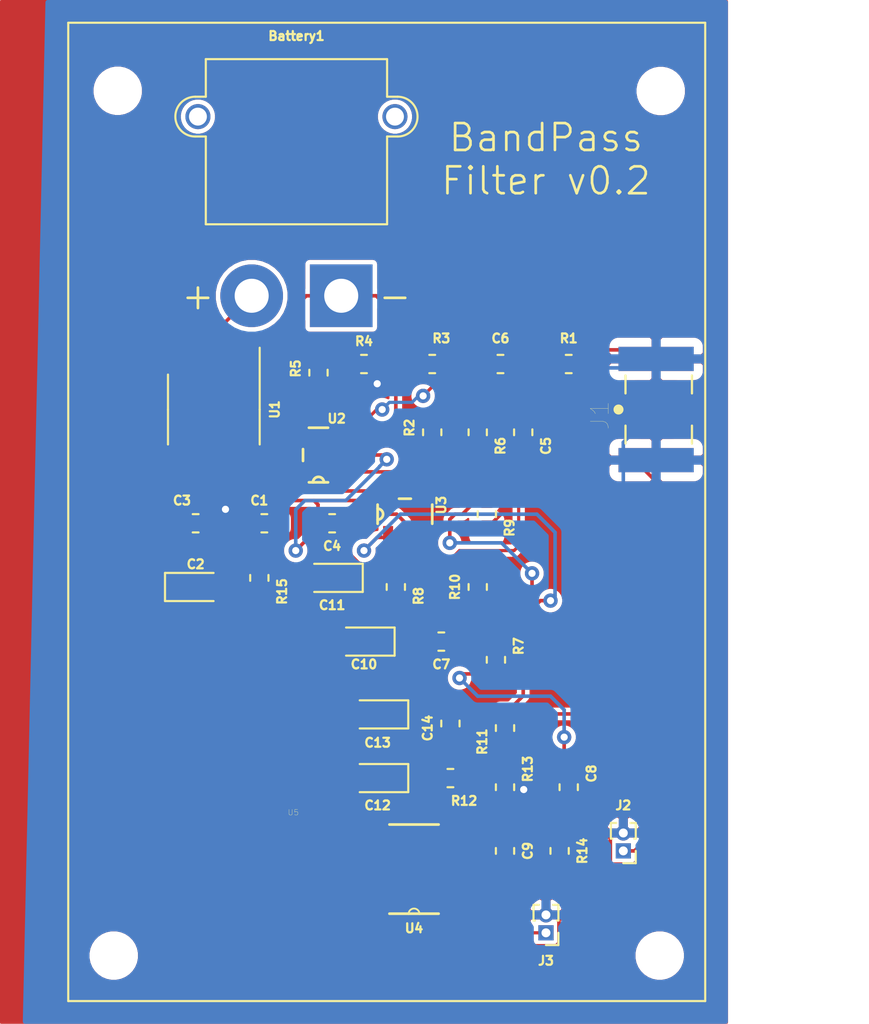
<source format=kicad_pcb>
(kicad_pcb (version 20171130) (host pcbnew "(5.1.4)-1")
  (layers (0 F.Cu signal) (31 B.Cu signal) (34 B.Paste user) (35 F.Paste user) (36 B.SilkS user) (37 F.SilkS user) (38 B.Mask user) (39 F.Mask user) (44 Edge.Cuts user))
  (net 0 "")
  (net 1 V-)
  (net 2 V+)
  (net 3 "Net-(C5-Pad1)")
  (net 4 "Net-(C6-Pad1)")
  (net 5 "Net-(C7-Pad1)")
  (net 6 "Net-(C7-Pad2)")
  (net 7 "Net-(C9-Pad2)")
  (net 8 B_SIG)
  (net 9 "Net-(C10-Pad1)")
  (net 10 "Net-(J1-Pad1)")
  (net 11 F_OUT)
  (net 12 "Net-(R2-Pad1)")
  (net 13 "Net-(R4-Pad1)")
  (net 14 "Net-(R10-Pad2)")
  (net 15 "Net-(R11-Pad1)")
  (net 16 "Net-(U1-Pad4)")
  (net 17 "Net-(U1-Pad5)")
  (net 18 "Net-(U1-Pad6)")
  (net 19 "Net-(U1-Pad7)")
  (net 20 "Net-(C1-Pad1)")
  (net 21 "Net-(U4-Pad5)")
  (net 22 "Net-(U4-Pad6)")
  (net 23 "Net-(U4-Pad7)")
  (net 24 "Net-(U5-Pad4)")
  (net 25 GND)
  (module MountingHole:MountingHole_2.2mm_M2 (layer F.Cu) (at 135.89 111.76)
    (fp_text reference REF4 hide)
    (fp_text value MountingHole_2.2mm_M2)
    (pad 1 np_thru_hole circle (at 0 0) (size 2.2 2.2) (drill 2.2) (layers *.Cu *.Mask))
  )
  (module MountingHole:MountingHole_2.2mm_M2 (layer F.Cu) (at 105.41 111.76)
    (fp_text reference REF3 hide)
    (fp_text value MountingHole_2.2mm_M2)
    (pad 1 np_thru_hole circle (at 0 0) (size 2.2 2.2) (drill 2.2) (layers *.Cu *.Mask))
  )
  (module MountingHole:MountingHole_2.2mm_M2 (layer F.Cu) (at 135.94842 63.5)
    (fp_text reference REF2 hide)
    (fp_text value MountingHole_2.2mm_M2)
    (pad 1 np_thru_hole circle (at 0 0) (size 2.2 2.2) (drill 2.2) (layers *.Cu *.Mask))
  )
  (module MountingHole:MountingHole_2.2mm_M2 (layer F.Cu) (at 105.63352 63.4873)
    (fp_text reference REF1 hide)
    (fp_text value MountingHole_2.2mm_M2)
    (pad 1 np_thru_hole circle (at 0 0) (size 2.2 2.2) (drill 2.2) (layers *.Cu *.Mask))
  )
  (module Connector_AMASS:AMASS_XT30PW-M_1x02_P2.50mm_Horizontal (layer F.Cu) (at 118.11 74.93)
    (fp_text reference Battery1 (at -2.5 -14.5) (layer F.SilkS) (effects (font (size 0.5 0.5) (thickness 0.125))))
    (fp_text value Screw_Terminal_01x02)
    (fp_text user - (at 3 0) (layer F.SilkS) (effects (font (size 1.5 1.5))))
    (fp_text user + (at -8 0) (layer F.SilkS) (effects (font (size 1.5 1.5))))
    (pad "" thru_hole circle (at 3 -10) (size 1.4 1.4) (drill 1) (layers *.Cu *.Mask))
    (pad "" thru_hole circle (at -8 -10) (size 1.4 1.4) (drill 1) (layers *.Cu *.Mask))
    (pad 1 thru_hole rect (at 0 0) (size 3.5 3.5) (drill 1.9) (layers *.Cu *.Mask) (net 1 V-))
    (pad 2 thru_hole circle (at -5 0) (size 3.5 3.5) (drill 1.9) (layers *.Cu *.Mask) (net 2 V+))
  )
  (module Capacitor_SMD:C_0603_1608Metric (layer F.Cu) (at 113.8175 87.63 180)
    (fp_text reference C1 (at 0.2795 1.27) (layer F.SilkS) (effects (font (size 0.5 0.5) (thickness 0.125))))
    (fp_text value 1uf)
    (pad 2 smd roundrect (at 0.7875 0 180) (size 0.875 0.95) (layers F.Cu F.Paste F.Mask) (net 1 V-))
    (pad 1 smd roundrect (at -0.7875 0 180) (size 0.875 0.95) (layers F.Cu F.Paste F.Mask) (net 20 "Net-(C1-Pad1)"))
  )
  (module Capacitor_Tantalum_SMD:CP_EIA-2012-15_AVX-P (layer F.Cu) (at 109.982 91.186)
    (fp_text reference C2 (at 0 -1.27) (layer F.SilkS) (effects (font (size 0.5 0.5) (thickness 0.125))))
    (fp_text value 220uF)
    (pad 1 smd roundrect (at -0.8875 0) (size 1.125 1.05) (layers F.Cu F.Paste F.Mask) (roundrect_rratio 0.238095) (net 2 V+))
    (pad 2 smd roundrect (at 0.8875 0) (size 1.125 1.05) (layers F.Cu F.Paste F.Mask) (roundrect_rratio 0.238095) (net 1 V-))
  )
  (module Capacitor_SMD:C_0603_1608Metric (layer F.Cu) (at 109.982 87.63)
    (fp_text reference C3 (at -0.762 -1.27) (layer F.SilkS) (effects (font (size 0.5 0.5) (thickness 0.125))))
    (fp_text value 100nf)
    (pad 1 smd roundrect (at -0.7875 0) (size 0.875 0.95) (layers F.Cu F.Paste F.Mask) (net 2 V+))
    (pad 2 smd roundrect (at 0.7875 0) (size 0.875 0.95) (layers F.Cu F.Paste F.Mask) (net 25 GND))
  )
  (module Capacitor_SMD:C_0603_1608Metric (layer F.Cu) (at 117.602 87.63)
    (fp_text reference C4 (at 0 1.27) (layer F.SilkS) (effects (font (size 0.5 0.5) (thickness 0.125))))
    (fp_text value 100nf)
    (pad 1 smd roundrect (at -0.7875 0) (size 0.875 0.95) (layers F.Cu F.Paste F.Mask) (net 1 V-))
    (pad 2 smd roundrect (at 0.7875 0) (size 0.875 0.95) (layers F.Cu F.Paste F.Mask) (net 25 GND))
  )
  (module Capacitor_SMD:C_0603_1608Metric (layer F.Cu) (at 128.27 82.55 270)
    (fp_text reference C5 (at 0.762 -1.27 90) (layer F.SilkS) (effects (font (size 0.5 0.5) (thickness 0.125))))
    (fp_text value 100pF)
    (pad 2 smd roundrect (at 0.7875 0 270) (size 0.875 0.95) (layers F.Cu F.Paste F.Mask) (net 25 GND))
    (pad 1 smd roundrect (at -0.7875 0 270) (size 0.875 0.95) (layers F.Cu F.Paste F.Mask) (net 3 "Net-(C5-Pad1)"))
  )
  (module Capacitor_SMD:C_0603_1608Metric (layer F.Cu) (at 127 78.74)
    (fp_text reference C6 (at 0 -1.43) (layer F.SilkS) (effects (font (size 0.5 0.5) (thickness 0.125))))
    (fp_text value 100pF)
    (pad 1 smd roundrect (at -0.7875 0) (size 0.875 0.95) (layers F.Cu F.Paste F.Mask) (net 4 "Net-(C6-Pad1)"))
    (pad 2 smd roundrect (at 0.7875 0) (size 0.875 0.95) (layers F.Cu F.Paste F.Mask) (net 3 "Net-(C5-Pad1)"))
  )
  (module Capacitor_SMD:C_0603_1608Metric (layer F.Cu) (at 123.698 94.234)
    (fp_text reference C7 (at 0 1.27) (layer F.SilkS) (effects (font (size 0.5 0.5) (thickness 0.125))))
    (fp_text value 100pF)
    (pad 1 smd roundrect (at -0.7875 0) (size 0.875 0.95) (layers F.Cu F.Paste F.Mask) (net 5 "Net-(C7-Pad1)"))
    (pad 2 smd roundrect (at 0.7875 0) (size 0.875 0.95) (layers F.Cu F.Paste F.Mask) (net 6 "Net-(C7-Pad2)"))
  )
  (module Capacitor_SMD:C_0603_1608Metric (layer F.Cu) (at 130.81 102.362 270)
    (fp_text reference C8 (at -0.762 -1.27 90) (layer F.SilkS) (effects (font (size 0.5 0.5) (thickness 0.125))))
    (fp_text value 100pF)
    (pad 2 smd roundrect (at 0.7875 0 270) (size 0.875 0.95) (layers F.Cu F.Paste F.Mask) (net 25 GND))
    (pad 1 smd roundrect (at -0.7875 0 270) (size 0.875 0.95) (layers F.Cu F.Paste F.Mask) (net 6 "Net-(C7-Pad2)"))
  )
  (module Capacitor_SMD:C_0603_1608Metric (layer F.Cu) (at 127.254 105.918 90)
    (fp_text reference C9 (at 0 1.27 90) (layer F.SilkS) (effects (font (size 0.5 0.5) (thickness 0.125))))
    (fp_text value 10pF)
    (pad 2 smd roundrect (at 0.7875 0 90) (size 0.875 0.95) (layers F.Cu F.Paste F.Mask) (net 7 "Net-(C9-Pad2)"))
    (pad 1 smd roundrect (at -0.7875 0 90) (size 0.875 0.95) (layers F.Cu F.Paste F.Mask) (net 8 B_SIG))
  )
  (module Capacitor_Tantalum_SMD:CP_EIA-2012-15_AVX-P (layer F.Cu) (at 119.38 94.234 180)
    (fp_text reference C10 (at 0 -1.27) (layer F.SilkS) (effects (font (size 0.5 0.5) (thickness 0.125))))
    (fp_text value 47uf)
    (pad 1 smd roundrect (at -0.8875 0 180) (size 1.125 1.05) (layers F.Cu F.Paste F.Mask) (roundrect_rratio 0.238095) (net 9 "Net-(C10-Pad1)"))
    (pad 2 smd roundrect (at 0.8875 0 180) (size 1.125 1.05) (layers F.Cu F.Paste F.Mask) (roundrect_rratio 0.238095) (net 25 GND))
  )
  (module Capacitor_Tantalum_SMD:CP_EIA-2012-15_AVX-P (layer F.Cu) (at 117.602 90.678 180)
    (fp_text reference C11 (at 0 -1.524) (layer F.SilkS) (effects (font (size 0.5 0.5) (thickness 0.125))))
    (fp_text value 47uF)
    (pad 2 smd roundrect (at 0.8875 0 180) (size 1.125 1.05) (layers F.Cu F.Paste F.Mask) (roundrect_rratio 0.238095) (net 25 GND))
    (pad 1 smd roundrect (at -0.8875 0 180) (size 1.125 1.05) (layers F.Cu F.Paste F.Mask) (roundrect_rratio 0.238095) (net 9 "Net-(C10-Pad1)"))
  )
  (module Capacitor_Tantalum_SMD:CP_EIA-2012-15_AVX-P (layer F.Cu) (at 120.142 101.854 180)
    (fp_text reference C12 (at 0 -1.524) (layer F.SilkS) (effects (font (size 0.5 0.5) (thickness 0.125))))
    (fp_text value 47uF)
    (pad 2 smd roundrect (at 0.8875 0 180) (size 1.125 1.05) (layers F.Cu F.Paste F.Mask) (roundrect_rratio 0.238095) (net 25 GND))
    (pad 1 smd roundrect (at -0.8875 0 180) (size 1.125 1.05) (layers F.Cu F.Paste F.Mask) (roundrect_rratio 0.238095) (net 9 "Net-(C10-Pad1)"))
  )
  (module Capacitor_Tantalum_SMD:CP_EIA-2012-15_AVX-P (layer F.Cu) (at 120.142 98.298 180)
    (fp_text reference C13 (at 0 -1.58) (layer F.SilkS) (effects (font (size 0.5 0.5) (thickness 0.125))))
    (fp_text value 47uF)
    (pad 1 smd roundrect (at -0.8875 0 180) (size 1.125 1.05) (layers F.Cu F.Paste F.Mask) (roundrect_rratio 0.238095) (net 9 "Net-(C10-Pad1)"))
    (pad 2 smd roundrect (at 0.8875 0 180) (size 1.125 1.05) (layers F.Cu F.Paste F.Mask) (roundrect_rratio 0.238095) (net 25 GND))
  )
  (module Capacitor_SMD:C_0603_1608Metric (layer F.Cu) (at 124.206 98.806 90)
    (fp_text reference C14 (at -0.254 -1.27 90) (layer F.SilkS) (effects (font (size 0.5 0.5) (thickness 0.125))))
    (fp_text value 100nF)
    (pad 1 smd roundrect (at -0.7875 0 90) (size 0.875 0.95) (layers F.Cu F.Paste F.Mask) (net 25 GND))
    (pad 2 smd roundrect (at 0.7875 0 90) (size 0.875 0.95) (layers F.Cu F.Paste F.Mask) (net 9 "Net-(C10-Pad1)"))
  )
  (module SMA-J-P-H-ST-EM1:SMA-J-P-H-ST-EM1 (layer F.Cu) (at 135.89 81.28 90)
    (fp_text reference J1 (at -0.32555 -3.34077 90) (layer F.SilkS) (effects (font (size 1.001732 1.001732) (thickness 0.015))))
    (fp_text value SMA-J-P-H-ST-EM1)
    (pad 1 smd rect (at 0 0 90) (size 1.27 3.6) (layers F.Cu F.Paste F.Mask) (net 10 "Net-(J1-Pad1)"))
    (pad 2_1 smd rect (at -2.825 -0.2 90) (size 1.35 4.2) (layers F.Cu F.Paste F.Mask) (net 25 GND))
    (pad 3_1 smd rect (at 2.825 -0.2 90) (size 1.35 4.2) (layers F.Cu F.Paste F.Mask) (net 25 GND))
    (pad 2_2 smd rect (at -2.825 -0.2 90) (size 1.35 4.2) (layers B.Cu B.Paste B.Mask) (net 25 GND))
    (pad 3_2 smd rect (at 2.825 -0.2 90) (size 1.35 4.2) (layers B.Cu B.Paste B.Mask) (net 25 GND))
  )
  (module Connector_PinHeader_1.00mm:PinHeader_1x02_P1.00mm_Vertical (layer F.Cu) (at 133.858 105.918 180)
    (fp_text reference J2 (at 0 2.54) (layer F.SilkS) (effects (font (size 0.5 0.5) (thickness 0.125))))
    (fp_text value Conn_01x02_Male)
    (pad 2 thru_hole oval (at 0 1 180) (size 0.85 0.85) (drill 0.5) (layers *.Cu *.Mask) (net 25 GND))
    (pad 1 thru_hole rect (at 0 0 180) (size 0.85 0.85) (drill 0.5) (layers *.Cu *.Mask) (net 11 F_OUT))
  )
  (module Connector_PinHeader_1.00mm:PinHeader_1x02_P1.00mm_Vertical (layer F.Cu) (at 129.54 110.49 180)
    (fp_text reference J3 (at 0 -1.56) (layer F.SilkS) (effects (font (size 0.5 0.5) (thickness 0.125))))
    (fp_text value Conn_01x02_Male)
    (pad 1 thru_hole rect (at 0 0 180) (size 0.85 0.85) (drill 0.5) (layers *.Cu *.Mask) (net 8 B_SIG))
    (pad 2 thru_hole oval (at 0 1 180) (size 0.85 0.85) (drill 0.5) (layers *.Cu *.Mask) (net 25 GND))
  )
  (module Resistor_SMD:R_0603_1608Metric (layer F.Cu) (at 130.81 78.74)
    (fp_text reference R1 (at 0 -1.43) (layer F.SilkS) (effects (font (size 0.5 0.5) (thickness 0.125))))
    (fp_text value 35.7k)
    (pad 1 smd roundrect (at -0.7875 0) (size 0.875 0.95) (layers F.Cu F.Paste F.Mask) (net 3 "Net-(C5-Pad1)"))
    (pad 2 smd roundrect (at 0.7875 0) (size 0.875 0.95) (layers F.Cu F.Paste F.Mask) (net 10 "Net-(J1-Pad1)"))
  )
  (module Resistor_SMD:R_0603_1608Metric (layer F.Cu) (at 123.19 82.55 90)
    (fp_text reference R2 (at 0.254 -1.27 90) (layer F.SilkS) (effects (font (size 0.5 0.5) (thickness 0.125))))
    (fp_text value 66.5k)
    (pad 2 smd roundrect (at 0.7875 0 90) (size 0.875 0.95) (layers F.Cu F.Paste F.Mask) (net 3 "Net-(C5-Pad1)"))
    (pad 1 smd roundrect (at -0.7875 0 90) (size 0.875 0.95) (layers F.Cu F.Paste F.Mask) (net 12 "Net-(R2-Pad1)"))
  )
  (module Resistor_SMD:R_0603_1608Metric (layer F.Cu) (at 123.19 78.74)
    (fp_text reference R3 (at 0.508 -1.43) (layer F.SilkS) (effects (font (size 0.5 0.5) (thickness 0.125))))
    (fp_text value 10k)
    (pad 1 smd roundrect (at -0.7875 0) (size 0.875 0.95) (layers F.Cu F.Paste F.Mask) (net 25 GND))
    (pad 2 smd roundrect (at 0.7875 0) (size 0.875 0.95) (layers F.Cu F.Paste F.Mask) (net 4 "Net-(C6-Pad1)"))
  )
  (module Resistor_SMD:R_0603_1608Metric (layer F.Cu) (at 119.38 78.74)
    (fp_text reference R4 (at 0 -1.27) (layer F.SilkS) (effects (font (size 0.5 0.5) (thickness 0.125))))
    (fp_text value 187)
    (pad 1 smd roundrect (at -0.7875 0) (size 0.875 0.95) (layers F.Cu F.Paste F.Mask) (net 13 "Net-(R4-Pad1)"))
    (pad 2 smd roundrect (at 0.7875 0) (size 0.875 0.95) (layers F.Cu F.Paste F.Mask) (net 25 GND))
  )
  (module Resistor_SMD:R_0603_1608Metric (layer F.Cu) (at 116.84 79.222 90)
    (fp_text reference R5 (at 0.228 -1.27 90) (layer F.SilkS) (effects (font (size 0.5 0.5) (thickness 0.125))))
    (fp_text value 2.49k)
    (pad 2 smd roundrect (at 0.7875 0 90) (size 0.875 0.95) (layers F.Cu F.Paste F.Mask) (net 13 "Net-(R4-Pad1)"))
    (pad 1 smd roundrect (at -0.7875 0 90) (size 0.875 0.95) (layers F.Cu F.Paste F.Mask) (net 12 "Net-(R2-Pad1)"))
  )
  (module Resistor_SMD:R_0603_1608Metric (layer F.Cu) (at 125.73 82.55 90)
    (fp_text reference R6 (at -0.762 1.27 90) (layer F.SilkS) (effects (font (size 0.5 0.5) (thickness 0.125))))
    (fp_text value 34.8k)
    (pad 2 smd roundrect (at 0.7875 0 90) (size 0.875 0.95) (layers F.Cu F.Paste F.Mask) (net 12 "Net-(R2-Pad1)"))
    (pad 1 smd roundrect (at -0.7875 0 90) (size 0.875 0.95) (layers F.Cu F.Paste F.Mask) (net 6 "Net-(C7-Pad2)"))
  )
  (module Resistor_SMD:R_0603_1608Metric (layer F.Cu) (at 126.746 95.25 270)
    (fp_text reference R7 (at -0.762 -1.27 90) (layer F.SilkS) (effects (font (size 0.5 0.5) (thickness 0.125))))
    (fp_text value 44.2k)
    (pad 1 smd roundrect (at -0.7875 0 270) (size 0.875 0.95) (layers F.Cu F.Paste F.Mask) (net 11 F_OUT))
    (pad 2 smd roundrect (at 0.7875 0 270) (size 0.875 0.95) (layers F.Cu F.Paste F.Mask) (net 6 "Net-(C7-Pad2)"))
  )
  (module Resistor_SMD:R_0603_1608Metric (layer F.Cu) (at 121.158 91.186 270)
    (fp_text reference R8 (at 0.508 -1.27 90) (layer F.SilkS) (effects (font (size 0.5 0.5) (thickness 0.125))))
    (fp_text value 6.34k)
    (pad 1 smd roundrect (at -0.7875 0 270) (size 0.875 0.95) (layers F.Cu F.Paste F.Mask) (net 25 GND))
    (pad 2 smd roundrect (at 0.7875 0 270) (size 0.875 0.95) (layers F.Cu F.Paste F.Mask) (net 5 "Net-(C7-Pad1)"))
  )
  (module Resistor_SMD:R_0603_1608Metric (layer F.Cu) (at 126.238 87.122 270)
    (fp_text reference R9 (at 0.762 -1.27 90) (layer F.SilkS) (effects (font (size 0.5 0.5) (thickness 0.125))))
    (fp_text value 187)
    (pad 2 smd roundrect (at 0.7875 0 270) (size 0.875 0.95) (layers F.Cu F.Paste F.Mask) (net 25 GND))
    (pad 1 smd roundrect (at -0.7875 0 270) (size 0.875 0.95) (layers F.Cu F.Paste F.Mask) (net 14 "Net-(R10-Pad2)"))
  )
  (module Resistor_SMD:R_0603_1608Metric (layer F.Cu) (at 125.73 91.186 90)
    (fp_text reference R10 (at 0 -1.27 90) (layer F.SilkS) (effects (font (size 0.5 0.5) (thickness 0.125))))
    (fp_text value 2.49k)
    (pad 1 smd roundrect (at -0.7875 0 90) (size 0.875 0.95) (layers F.Cu F.Paste F.Mask) (net 11 F_OUT))
    (pad 2 smd roundrect (at 0.7875 0 90) (size 0.875 0.95) (layers F.Cu F.Paste F.Mask) (net 14 "Net-(R10-Pad2)"))
  )
  (module Resistor_SMD:R_0603_1608Metric (layer F.Cu) (at 127.254 99.06 90)
    (fp_text reference R11 (at -0.762 -1.27 90) (layer F.SilkS) (effects (font (size 0.5 0.5) (thickness 0.125))))
    (fp_text value 50k)
    (pad 2 smd roundrect (at 0.7875 0 90) (size 0.875 0.95) (layers F.Cu F.Paste F.Mask) (net 11 F_OUT))
    (pad 1 smd roundrect (at -0.7875 0 90) (size 0.875 0.95) (layers F.Cu F.Paste F.Mask) (net 15 "Net-(R11-Pad1)"))
  )
  (module Resistor_SMD:R_0603_1608Metric (layer F.Cu) (at 124.206 101.854 180)
    (fp_text reference R12 (at -0.762 -1.27) (layer F.SilkS) (effects (font (size 0.5 0.5) (thickness 0.125))))
    (fp_text value 100k)
    (pad 1 smd roundrect (at -0.7875 0 180) (size 0.875 0.95) (layers F.Cu F.Paste F.Mask) (net 15 "Net-(R11-Pad1)"))
    (pad 2 smd roundrect (at 0.7875 0 180) (size 0.875 0.95) (layers F.Cu F.Paste F.Mask) (net 9 "Net-(C10-Pad1)"))
  )
  (module Resistor_SMD:R_0603_1608Metric (layer F.Cu) (at 127.254 102.362 270)
    (fp_text reference R13 (at -1.016 -1.27 90) (layer F.SilkS) (effects (font (size 0.5 0.5) (thickness 0.125))))
    (fp_text value 100k)
    (pad 2 smd roundrect (at 0.7875 0 270) (size 0.875 0.95) (layers F.Cu F.Paste F.Mask) (net 25 GND))
    (pad 1 smd roundrect (at -0.7875 0 270) (size 0.875 0.95) (layers F.Cu F.Paste F.Mask) (net 7 "Net-(C9-Pad2)"))
  )
  (module Resistor_SMD:R_0603_1608Metric (layer F.Cu) (at 130.302 105.918 90)
    (fp_text reference R14 (at 0 1.27 90) (layer F.SilkS) (effects (font (size 0.5 0.5) (thickness 0.125))))
    (fp_text value 50k)
    (pad 2 smd roundrect (at 0.7875 0 90) (size 0.875 0.95) (layers F.Cu F.Paste F.Mask) (net 7 "Net-(C9-Pad2)"))
    (pad 1 smd roundrect (at -0.7875 0 90) (size 0.875 0.95) (layers F.Cu F.Paste F.Mask) (net 8 B_SIG))
  )
  (module Resistor_SMD:R_0603_1608Metric (layer F.Cu) (at 113.538 90.678 270)
    (fp_text reference R15 (at 0.762 -1.27 90) (layer F.SilkS) (effects (font (size 0.5 0.5) (thickness 0.125))))
    (fp_text value 330)
    (pad 1 smd roundrect (at -0.7875 0 270) (size 0.875 0.95) (layers F.Cu F.Paste F.Mask) (net 25 GND))
    (pad 2 smd roundrect (at 0.7875 0 270) (size 0.875 0.95) (layers F.Cu F.Paste F.Mask) (net 9 "Net-(C10-Pad1)"))
  )
  (module Package_SO:SOIC-8_3.9x4.9mm_P1.27mm (layer F.Cu) (at 110.998 81.28 270)
    (fp_text reference U1 (at 0 -3.4 90) (layer F.SilkS) (effects (font (size 0.5 0.5) (thickness 0.125))))
    (fp_text value TLE2426xD)
    (pad 1 smd roundrect (at -2.475 -1.905 270) (size 1.95 0.6) (layers F.Cu F.Paste F.Mask) (net 25 GND))
    (pad 2 smd roundrect (at -2.475 -0.635 270) (size 1.95 0.6) (layers F.Cu F.Paste F.Mask) (net 1 V-))
    (pad 3 smd roundrect (at -2.475 0.635 270) (size 1.95 0.6) (layers F.Cu F.Paste F.Mask) (net 2 V+))
    (pad 4 smd roundrect (at -2.475 1.905 270) (size 1.95 0.6) (layers F.Cu F.Paste F.Mask) (net 16 "Net-(U1-Pad4)"))
    (pad 5 smd roundrect (at 2.475 1.905 270) (size 1.95 0.6) (layers F.Cu F.Paste F.Mask) (net 17 "Net-(U1-Pad5)"))
    (pad 6 smd roundrect (at 2.475 0.635 270) (size 1.95 0.6) (layers F.Cu F.Paste F.Mask) (net 18 "Net-(U1-Pad6)"))
    (pad 7 smd roundrect (at 2.475 -0.635 270) (size 1.95 0.6) (layers F.Cu F.Paste F.Mask) (net 19 "Net-(U1-Pad7)"))
    (pad 8 smd roundrect (at 2.475 -1.905 270) (size 1.95 0.6) (layers F.Cu F.Paste F.Mask) (net 20 "Net-(C1-Pad1)"))
  )
  (module OPA659IDBVR:SOT95P280X145-5N (layer F.Cu) (at 116.84 83.82 180)
    (fp_text reference U2 (at -1.016 2.032) (layer F.SilkS) (effects (font (size 0.5 0.5) (thickness 0.125))))
    (fp_text value OPA659IDBVR hide)
    (pad 5 smd rect (at 1.2954 -0.9398 270) (size 0.5588 1.27) (layers F.Cu F.Paste F.Mask) (net 2 V+))
    (pad 4 smd rect (at 1.2954 0.9398 270) (size 0.5588 1.27) (layers F.Cu F.Paste F.Mask) (net 13 "Net-(R4-Pad1)"))
    (pad 3 smd rect (at -1.2954 0.9398 270) (size 0.5588 1.27) (layers F.Cu F.Paste F.Mask) (net 4 "Net-(C6-Pad1)"))
    (pad 2 smd rect (at -1.2954 0 270) (size 0.5588 1.27) (layers F.Cu F.Paste F.Mask) (net 1 V-))
    (pad 1 smd rect (at -1.2954 -0.9398 270) (size 0.5588 1.27) (layers F.Cu F.Paste F.Mask) (net 12 "Net-(R2-Pad1)"))
  )
  (module OPA659IDBVR:SOT95P280X145-5N (layer F.Cu) (at 121.666 87.122 90)
    (fp_text reference U3 (at 0.508 2.032 90) (layer F.SilkS) (effects (font (size 0.5 0.5) (thickness 0.125))))
    (fp_text value OPA659IDBVR hide)
    (pad 1 smd rect (at -1.2954 -0.9398 180) (size 0.5588 1.27) (layers F.Cu F.Paste F.Mask) (net 11 F_OUT))
    (pad 2 smd rect (at -1.2954 0 180) (size 0.5588 1.27) (layers F.Cu F.Paste F.Mask) (net 1 V-))
    (pad 3 smd rect (at -1.2954 0.9398 180) (size 0.5588 1.27) (layers F.Cu F.Paste F.Mask) (net 5 "Net-(C7-Pad1)"))
    (pad 4 smd rect (at 1.2954 0.9398 180) (size 0.5588 1.27) (layers F.Cu F.Paste F.Mask) (net 14 "Net-(R10-Pad2)"))
    (pad 5 smd rect (at 1.2954 -0.9398 180) (size 0.5588 1.27) (layers F.Cu F.Paste F.Mask) (net 2 V+))
  )
  (module LMH6643MA:SOIC127P600X175-8N (layer F.Cu) (at 122.174 106.934 180)
    (fp_text reference U4 (at 0 -3.302) (layer F.SilkS) (effects (font (size 0.5 0.5) (thickness 0.125))))
    (fp_text value LMH6643MA)
    (pad 1 smd rect (at -2.4638 -1.905 180) (size 1.9812 0.5588) (layers F.Cu F.Paste F.Mask) (net 8 B_SIG))
    (pad 2 smd rect (at -2.4638 -0.635 180) (size 1.9812 0.5588) (layers F.Cu F.Paste F.Mask) (net 7 "Net-(C9-Pad2)"))
    (pad 3 smd rect (at -2.4638 0.635 180) (size 1.9812 0.5588) (layers F.Cu F.Paste F.Mask) (net 15 "Net-(R11-Pad1)"))
    (pad 4 smd rect (at -2.4638 1.905 180) (size 1.9812 0.5588) (layers F.Cu F.Paste F.Mask) (net 25 GND))
    (pad 5 smd rect (at 2.4638 1.905 180) (size 1.9812 0.5588) (layers F.Cu F.Paste F.Mask) (net 21 "Net-(U4-Pad5)"))
    (pad 6 smd rect (at 2.4638 0.635 180) (size 1.9812 0.5588) (layers F.Cu F.Paste F.Mask) (net 22 "Net-(U4-Pad6)"))
    (pad 7 smd rect (at 2.4638 -0.635 180) (size 1.9812 0.5588) (layers F.Cu F.Paste F.Mask) (net 23 "Net-(U4-Pad7)"))
    (pad 8 smd rect (at 2.4638 -1.905 180) (size 1.9812 0.5588) (layers F.Cu F.Paste F.Mask) (net 9 "Net-(C10-Pad1)"))
  )
  (module LT1528CQ:DDPAK-5_Q (layer F.Cu) (at 112.522 102.87 180)
    (fp_text reference U5 (at -2.9116 -0.9) (layer F.SilkS) (effects (font (size 0.314961 0.314961) (thickness 0.015))))
    (fp_text value LT1528CQ)
    (pad 1 smd rect (at -3.4036 8.6106 180) (size 1.016 2.286) (layers F.Cu F.Paste F.Mask) (net 9 "Net-(C10-Pad1)"))
    (pad 2 smd rect (at -1.7018 8.6106 180) (size 1.016 2.286) (layers F.Cu F.Paste F.Mask) (net 9 "Net-(C10-Pad1)"))
    (pad 3 smd rect (at 0 8.6106 180) (size 1.016 2.286) (layers F.Cu F.Paste F.Mask) (net 25 GND))
    (pad 4 smd rect (at 1.7018 8.6106 180) (size 1.016 2.286) (layers F.Cu F.Paste F.Mask) (net 24 "Net-(U5-Pad4)"))
    (pad 5 smd rect (at 3.4036 8.6106 180) (size 1.016 2.286) (layers F.Cu F.Paste F.Mask) (net 2 V+))
    (pad 6 smd rect (at 0 0 180) (size 10.5918 11.6332) (layers F.Cu F.Paste F.Mask) (net 25 GND))
  )
  (gr_text "BandPass\nFilter v0.2" (at 129.54 67.31) (layer F.SilkS) (effects (font (size 1.5 1.5))))
  (gr_text "V0.2\n" (at 127 62.23) (layer F.Cu) (effects (font (size 1.5 1.5) (thickness 0.3))))
  (gr_text V0.2 (at 125.73 63.5) (layer F.Cu) (effects (font (size 1.5 1.5) (thickness 0.3))))
  (gr_text "BandPass\n Filter V0.2\n" (at 133.35 68.58) (layer F.Cu) (effects (font (size 1 1) (thickness 0.25))))
  (gr_line (start 102.87 59.69) (end 102.87 114.3) (layer F.SilkS) (width 0.12))
  (gr_line (start 138.43 59.69) (end 102.87 59.69) (layer F.SilkS) (width 0.12))
  (gr_line (start 138.43 114.3) (end 138.43 59.69) (layer F.SilkS) (width 0.12))
  (gr_line (start 102.87 114.3) (end 138.43 114.3) (layer F.SilkS) (width 0.12))
  (segment (start 121.666 88.417) (end 121.666 88.4174) (width 0.2) (layer F.Cu) (net 1))
  (segment (start 121.666 88.417) (end 121.666 87.582) (width 0.2) (layer F.Cu) (net 1))
  (segment (start 121.666 87.582) (end 121.2056 87.122) (width 0.2) (layer F.Cu) (net 1))
  (segment (start 121.2056 87.122) (end 119.888 87.122) (width 0.2) (layer F.Cu) (net 1))
  (segment (start 119.888 87.122) (end 119.126 86.36) (width 0.2) (layer F.Cu) (net 1))
  (segment (start 119.126 86.36) (end 116.586 86.36) (width 0.2) (layer F.Cu) (net 1))
  (segment (start 118.9704 83.82) (end 121.158 81.632) (width 0.2) (layer F.Cu) (net 1))
  (segment (start 121.158 81.632) (end 121.158 76.028) (width 0.2) (layer F.Cu) (net 1))
  (segment (start 121.158 76.028) (end 120.06 74.93) (width 0.2) (layer F.Cu) (net 1))
  (segment (start 120.06 74.93) (end 118.11 74.93) (width 0.2) (layer F.Cu) (net 1))
  (segment (start 118.1354 83.82) (end 118.9704 83.82) (width 0.2) (layer F.Cu) (net 1))
  (segment (start 118.9704 83.82) (end 120.4102 83.82) (width 0.2) (layer F.Cu) (net 1))
  (segment (start 120.4102 83.82) (end 120.65 84.06) (width 0.2) (layer F.Cu) (net 1))
  (segment (start 118.1354 83.82) (end 118.9704 83.82) (width 0.2) (layer F.Cu) (net 1))
  (segment (start 120.65 84.06) (end 120.25 84.46) (width 0.2) (layer B.Cu) (net 1))
  (segment (start 120.25 84.46) (end 120.25 84.474) (width 0.2) (layer B.Cu) (net 1))
  (segment (start 120.25 84.474) (end 118.364 86.36) (width 0.2) (layer B.Cu) (net 1))
  (segment (start 118.364 86.36) (end 116.078 86.36) (width 0.2) (layer B.Cu) (net 1))
  (segment (start 116.078 86.36) (end 115.57 86.868) (width 0.2) (layer B.Cu) (net 1))
  (segment (start 115.57 86.868) (end 115.57 89.154) (width 0.2) (layer B.Cu) (net 1))
  (segment (start 111.633 78.805) (end 111.633 77.73) (width 0.2) (layer F.Cu) (net 1))
  (segment (start 111.633 77.73) (end 112.147 77.216) (width 0.2) (layer F.Cu) (net 1))
  (segment (start 112.147 77.216) (end 114.554 77.216) (width 0.2) (layer F.Cu) (net 1))
  (segment (start 114.554 77.216) (end 115.824 75.946) (width 0.2) (layer F.Cu) (net 1))
  (segment (start 115.824 75.946) (end 115.824 75.266) (width 0.2) (layer F.Cu) (net 1))
  (segment (start 115.824 75.266) (end 116.16 74.93) (width 0.2) (layer F.Cu) (net 1))
  (segment (start 116.16 74.93) (end 118.11 74.93) (width 0.2) (layer F.Cu) (net 1))
  (segment (start 115.57 89.154) (end 116.8145 87.91) (width 0.2) (layer F.Cu) (net 1))
  (segment (start 116.8145 87.91) (end 116.8145 87.63) (width 0.2) (layer F.Cu) (net 1))
  (segment (start 116.586 86.36) (end 116.8145 86.588) (width 0.2) (layer F.Cu) (net 1))
  (segment (start 116.8145 86.588) (end 116.8145 87.63) (width 0.2) (layer F.Cu) (net 1))
  (segment (start 113.03 87.63) (end 114.3 86.36) (width 0.2) (layer F.Cu) (net 1))
  (segment (start 114.3 86.36) (end 116.586 86.36) (width 0.2) (layer F.Cu) (net 1))
  (segment (start 110.8695 91.186) (end 110.8695 89.7905) (width 0.2) (layer F.Cu) (net 1))
  (segment (start 110.8695 89.7905) (end 113.03 87.63) (width 0.2) (layer F.Cu) (net 1))
  (via (at 115.57 89.154) (size 0.8) (layers F.Cu B.Cu) (net 1))
  (via (at 120.65 84.06) (size 0.8) (layers F.Cu B.Cu) (net 1))
  (segment (start 120.7262 85.8266) (end 120.7262 85.827) (width 0.2) (layer F.Cu) (net 2))
  (segment (start 115.5444 84.76) (end 115.5446 84.7598) (width 0.2) (layer F.Cu) (net 2))
  (segment (start 115.5444 84.76) (end 115.5446 84.76) (width 0.2) (layer F.Cu) (net 2))
  (segment (start 115.5446 84.76) (end 115.5446 85.239) (width 0.2) (layer F.Cu) (net 2))
  (segment (start 115.5446 85.239) (end 116.132 85.827) (width 0.2) (layer F.Cu) (net 2))
  (segment (start 110.363 78.805) (end 110.363 79.578) (width 0.2) (layer F.Cu) (net 2))
  (segment (start 110.363 79.578) (end 114.7096 83.925) (width 0.2) (layer F.Cu) (net 2))
  (segment (start 114.7096 83.925) (end 114.7096 84.28) (width 0.2) (layer F.Cu) (net 2))
  (segment (start 114.7096 84.28) (end 115.189 84.76) (width 0.2) (layer F.Cu) (net 2))
  (segment (start 115.189 84.76) (end 115.5444 84.76) (width 0.2) (layer F.Cu) (net 2))
  (segment (start 110.363 77.677) (end 110.363 78.805) (width 0.2) (layer F.Cu) (net 2))
  (segment (start 109.0945 91.186) (end 109.0945 94.2355) (width 0.2) (layer F.Cu) (net 2))
  (segment (start 109.0945 94.2355) (end 109.1184 94.2594) (width 0.2) (layer F.Cu) (net 2))
  (segment (start 109.1945 87.63) (end 109.1945 91.086) (width 0.2) (layer F.Cu) (net 2))
  (segment (start 109.1945 91.086) (end 109.0945 91.186) (width 0.2) (layer F.Cu) (net 2))
  (segment (start 109.1945 87.63) (end 110.9979 85.827) (width 0.2) (layer F.Cu) (net 2))
  (segment (start 110.9979 85.827) (end 116.132 85.827) (width 0.2) (layer F.Cu) (net 2))
  (segment (start 116.132 85.827) (end 120.7262 85.827) (width 0.2) (layer F.Cu) (net 2))
  (segment (start 113.11 74.93) (end 110.363 77.677) (width 0.2) (layer F.Cu) (net 2))
  (segment (start 110.363 77.677) (end 110.363 78.805) (width 0.2) (layer F.Cu) (net 2))
  (segment (start 128.27 81.7625) (end 128.27 81.762) (width 0.2) (layer F.Cu) (net 3))
  (segment (start 123.19 81.7625) (end 123.19 81.762) (width 0.2) (layer F.Cu) (net 3))
  (segment (start 123.19 81.762) (end 124.4345 80.518) (width 0.2) (layer F.Cu) (net 3))
  (segment (start 124.4345 80.518) (end 127.762 80.518) (width 0.2) (layer F.Cu) (net 3))
  (segment (start 127.762 80.518) (end 127.7875 80.492) (width 0.2) (layer F.Cu) (net 3))
  (segment (start 127.7875 80.492) (end 127.7875 81.28) (width 0.2) (layer F.Cu) (net 3))
  (segment (start 127.7875 81.28) (end 128.27 81.762) (width 0.2) (layer F.Cu) (net 3))
  (segment (start 127.7875 78.74) (end 127.7875 80.492) (width 0.2) (layer F.Cu) (net 3))
  (segment (start 130.0225 78.74) (end 127.7875 78.74) (width 0.2) (layer F.Cu) (net 3))
  (segment (start 118.1356 82.88) (end 118.1354 82.8802) (width 0.2) (layer F.Cu) (net 4))
  (segment (start 118.1356 82.88) (end 118.491 82.88) (width 0.178) (layer F.Cu) (net 4))
  (segment (start 118.491 82.88) (end 120.0912 81.28) (width 0.178) (layer F.Cu) (net 4))
  (segment (start 120.0912 81.28) (end 120.396 81.28) (width 0.178) (layer F.Cu) (net 4))
  (segment (start 118.1354 82.88) (end 118.1356 82.88) (width 0.178) (layer F.Cu) (net 4))
  (segment (start 122.682 80.518) (end 123.9775 79.222) (width 0.178) (layer F.Cu) (net 4))
  (segment (start 123.9775 79.222) (end 123.9775 78.74) (width 0.178) (layer F.Cu) (net 4))
  (segment (start 120.396 81.28) (end 120.796 80.88) (width 0.178) (layer B.Cu) (net 4))
  (segment (start 120.796 80.88) (end 122.066 80.88) (width 0.178) (layer B.Cu) (net 4))
  (segment (start 122.066 80.88) (end 122.428 80.518) (width 0.178) (layer B.Cu) (net 4))
  (segment (start 122.428 80.518) (end 122.682 80.518) (width 0.178) (layer B.Cu) (net 4))
  (segment (start 126.2125 78.74) (end 123.9775 78.74) (width 0.2) (layer F.Cu) (net 4))
  (via (at 122.682 80.518) (size 0.8) (layers F.Cu B.Cu) (net 4))
  (via (at 120.396 81.28) (size 0.8) (layers F.Cu B.Cu) (net 4))
  (segment (start 122.6058 88.417) (end 122.6058 88.4174) (width 0.2) (layer F.Cu) (net 5))
  (segment (start 122.6058 88.4174) (end 122.6058 90.5257) (width 0.2) (layer F.Cu) (net 5))
  (segment (start 122.6058 90.5257) (end 121.158 91.9735) (width 0.2) (layer F.Cu) (net 5))
  (segment (start 121.158 91.9735) (end 122.9105 93.726) (width 0.2) (layer F.Cu) (net 5))
  (segment (start 122.9105 93.726) (end 122.9105 94.234) (width 0.2) (layer F.Cu) (net 5))
  (segment (start 125.73 83.3375) (end 125.73 83.338) (width 0.2) (layer F.Cu) (net 6))
  (segment (start 124.4855 94.234) (end 124.4855 93.659) (width 0.178) (layer F.Cu) (net 6))
  (segment (start 124.4855 93.659) (end 123.952 93.1255) (width 0.178) (layer F.Cu) (net 6))
  (segment (start 123.952 93.1255) (end 123.952 89.916) (width 0.178) (layer F.Cu) (net 6))
  (segment (start 123.952 89.916) (end 124.714 89.154) (width 0.178) (layer F.Cu) (net 6))
  (segment (start 124.714 89.154) (end 127.762 89.154) (width 0.178) (layer F.Cu) (net 6))
  (segment (start 127.762 89.154) (end 128.016 88.9) (width 0.178) (layer F.Cu) (net 6))
  (segment (start 128.016 88.9) (end 128.016 85.624) (width 0.178) (layer F.Cu) (net 6))
  (segment (start 128.016 85.624) (end 125.73 83.338) (width 0.178) (layer F.Cu) (net 6))
  (segment (start 126.289 96.0375) (end 124.9425 96.0375) (width 0.2) (layer F.Cu) (net 6))
  (segment (start 124.9425 96.0375) (end 124.714 96.266) (width 0.2) (layer F.Cu) (net 6))
  (segment (start 126.746 96.0375) (end 126.289 96.0375) (width 0.2) (layer F.Cu) (net 6))
  (segment (start 130.556 99.568) (end 130.556 100.584) (width 0.2) (layer F.Cu) (net 6))
  (segment (start 130.556 100.584) (end 130.81 100.838) (width 0.2) (layer F.Cu) (net 6))
  (segment (start 130.81 100.838) (end 130.81 101.5745) (width 0.2) (layer F.Cu) (net 6))
  (segment (start 124.714 96.266) (end 125.73 97.282) (width 0.2) (layer B.Cu) (net 6))
  (segment (start 125.73 97.282) (end 129.794 97.282) (width 0.2) (layer B.Cu) (net 6))
  (segment (start 129.794 97.282) (end 130.556 98.044) (width 0.2) (layer B.Cu) (net 6))
  (segment (start 130.556 98.044) (end 130.556 99.568) (width 0.2) (layer B.Cu) (net 6))
  (segment (start 124.4855 94.234) (end 126.289 96.0375) (width 0.2) (layer F.Cu) (net 6))
  (segment (start 126.289 96.0375) (end 126.746 96.0375) (width 0.2) (layer F.Cu) (net 6))
  (via (at 130.556 99.568) (size 0.8) (layers F.Cu B.Cu) (net 6))
  (via (at 124.714 96.266) (size 0.8) (layers F.Cu B.Cu) (net 6))
  (segment (start 129.2605 105.1305) (end 130.302 105.1305) (width 0.2) (layer F.Cu) (net 7))
  (segment (start 127.254 105.1305) (end 129.2605 105.1305) (width 0.2) (layer F.Cu) (net 7))
  (segment (start 127.254 105.1305) (end 126.5175 105.1305) (width 0.2) (layer F.Cu) (net 7))
  (segment (start 126.5175 105.1305) (end 126.238 105.41) (width 0.2) (layer F.Cu) (net 7))
  (segment (start 126.238 105.41) (end 126.238 106.68) (width 0.2) (layer F.Cu) (net 7))
  (segment (start 126.238 106.68) (end 125.349 107.569) (width 0.2) (layer F.Cu) (net 7))
  (segment (start 125.349 107.569) (end 124.6378 107.569) (width 0.2) (layer F.Cu) (net 7))
  (segment (start 127.254 101.5745) (end 128.7525 101.5745) (width 0.2) (layer F.Cu) (net 7))
  (segment (start 128.7525 101.5745) (end 129.286 102.108) (width 0.2) (layer F.Cu) (net 7))
  (segment (start 129.286 102.108) (end 129.2605 102.1335) (width 0.2) (layer F.Cu) (net 7))
  (segment (start 129.2605 102.1335) (end 129.2605 105.1305) (width 0.2) (layer F.Cu) (net 7))
  (segment (start 129.54 110.49) (end 128.524 110.49) (width 0.178) (layer F.Cu) (net 8))
  (segment (start 128.524 110.49) (end 126.873 108.839) (width 0.178) (layer F.Cu) (net 8))
  (segment (start 127.254 106.7055) (end 130.302 106.7055) (width 0.2) (layer F.Cu) (net 8))
  (segment (start 127.254 106.7055) (end 127.254 108.458) (width 0.2) (layer F.Cu) (net 8))
  (segment (start 127.254 108.458) (end 126.873 108.839) (width 0.2) (layer F.Cu) (net 8))
  (segment (start 126.873 108.839) (end 124.6378 108.839) (width 0.2) (layer F.Cu) (net 8))
  (segment (start 120.4214 108.839) (end 120.9008 108.839) (width 0.2) (layer F.Cu) (net 9))
  (segment (start 120.9008 108.839) (end 122.174 107.5658) (width 0.2) (layer F.Cu) (net 9))
  (segment (start 122.174 107.5658) (end 122.174 101.854) (width 0.2) (layer F.Cu) (net 9))
  (segment (start 119.7102 108.839) (end 120.4214 108.839) (width 0.2) (layer F.Cu) (net 9))
  (segment (start 122.174 101.854) (end 123.4185 101.854) (width 0.2) (layer F.Cu) (net 9))
  (segment (start 121.0295 101.854) (end 122.174 101.854) (width 0.2) (layer F.Cu) (net 9))
  (segment (start 120.4214 108.839) (end 119.7102 108.839) (width 0.2) (layer F.Cu) (net 9))
  (segment (start 115.9256 94.2594) (end 114.2238 94.2594) (width 0.2) (layer F.Cu) (net 9))
  (segment (start 118.4895 90.678) (end 118.4895 92.4035) (width 0.2) (layer F.Cu) (net 9))
  (segment (start 118.4895 92.4035) (end 116.6336 94.2594) (width 0.2) (layer F.Cu) (net 9))
  (segment (start 116.6336 94.2594) (end 115.9256 94.2594) (width 0.2) (layer F.Cu) (net 9))
  (segment (start 113.538 91.4655) (end 113.538 93.5736) (width 0.2) (layer F.Cu) (net 9))
  (segment (start 113.538 93.5736) (end 114.2238 94.2594) (width 0.2) (layer F.Cu) (net 9))
  (segment (start 120.2675 94.234) (end 120.2675 92.456) (width 0.2) (layer F.Cu) (net 9))
  (segment (start 120.2675 92.456) (end 118.4895 90.678) (width 0.2) (layer F.Cu) (net 9))
  (segment (start 121.0295 98.298) (end 121.0295 101.854) (width 0.2) (layer F.Cu) (net 9))
  (segment (start 121.0295 98.298) (end 123.9265 98.298) (width 0.2) (layer F.Cu) (net 9))
  (segment (start 123.9265 98.298) (end 124.206 98.0185) (width 0.2) (layer F.Cu) (net 9))
  (segment (start 120.2675 94.234) (end 120.2675 97.536) (width 0.2) (layer F.Cu) (net 9))
  (segment (start 120.2675 97.536) (end 121.0295 98.298) (width 0.2) (layer F.Cu) (net 9))
  (segment (start 135.89 81.28) (end 134.725 81.28) (width 0.2) (layer F.Cu) (net 10))
  (segment (start 134.725 81.28) (end 132.185 78.74) (width 0.2) (layer F.Cu) (net 10))
  (segment (start 132.185 78.74) (end 131.5975 78.74) (width 0.2) (layer F.Cu) (net 10))
  (segment (start 120.7258 88.417) (end 120.7262 88.4174) (width 0.2) (layer F.Cu) (net 11))
  (segment (start 120.7258 88.417) (end 120.1166 88.417) (width 0.2) (layer F.Cu) (net 11))
  (segment (start 120.1166 88.417) (end 119.38 89.154) (width 0.2) (layer F.Cu) (net 11))
  (segment (start 120.7262 88.417) (end 120.7258 88.417) (width 0.2) (layer F.Cu) (net 11))
  (segment (start 126.2252 92.4688) (end 125.73 91.9735) (width 0.2) (layer F.Cu) (net 11))
  (segment (start 126.746 94.4625) (end 126.746 92.9895) (width 0.2) (layer F.Cu) (net 11))
  (segment (start 126.746 92.9895) (end 126.2252 92.4688) (width 0.2) (layer F.Cu) (net 11))
  (segment (start 129.794 91.948) (end 129.2283 91.948) (width 0.2) (layer F.Cu) (net 11))
  (segment (start 129.2283 91.948) (end 128.7076 92.4688) (width 0.2) (layer F.Cu) (net 11))
  (segment (start 128.7076 92.4688) (end 126.2252 92.4688) (width 0.2) (layer F.Cu) (net 11))
  (segment (start 119.38 89.154) (end 121.412 87.122) (width 0.2) (layer B.Cu) (net 11))
  (segment (start 121.412 87.122) (end 129.032 87.122) (width 0.2) (layer B.Cu) (net 11))
  (segment (start 129.032 87.122) (end 130.048 88.138) (width 0.2) (layer B.Cu) (net 11))
  (segment (start 130.048 88.138) (end 130.048 91.694) (width 0.2) (layer B.Cu) (net 11))
  (segment (start 130.048 91.694) (end 129.794 91.948) (width 0.2) (layer B.Cu) (net 11))
  (segment (start 127.254 98.2725) (end 131.0385 98.2725) (width 0.2) (layer F.Cu) (net 11))
  (segment (start 131.0385 98.2725) (end 134.583 101.817) (width 0.2) (layer F.Cu) (net 11))
  (segment (start 134.583 101.817) (end 136.361 101.817) (width 0.2) (layer F.Cu) (net 11))
  (segment (start 136.361 101.817) (end 137.414 102.87) (width 0.2) (layer F.Cu) (net 11))
  (segment (start 137.414 102.87) (end 137.414 102.987) (width 0.2) (layer F.Cu) (net 11))
  (segment (start 137.414 102.987) (end 134.483 105.918) (width 0.2) (layer F.Cu) (net 11))
  (segment (start 134.483 105.918) (end 133.858 105.918) (width 0.2) (layer F.Cu) (net 11))
  (segment (start 126.746 94.4625) (end 128.27 95.9865) (width 0.2) (layer F.Cu) (net 11))
  (segment (start 128.27 95.9865) (end 128.27 97.2565) (width 0.2) (layer F.Cu) (net 11))
  (segment (start 128.27 97.2565) (end 127.254 98.2725) (width 0.2) (layer F.Cu) (net 11))
  (via (at 129.794 91.948) (size 0.8) (layers F.Cu B.Cu) (net 11))
  (via (at 119.38 89.154) (size 0.8) (layers F.Cu B.Cu) (net 11))
  (segment (start 123.1902 83.3377) (end 124.765 81.762) (width 0.2) (layer F.Cu) (net 12))
  (segment (start 124.765 81.762) (end 125.7295 81.762) (width 0.2) (layer F.Cu) (net 12))
  (segment (start 118.1356 84.76) (end 121.7677 84.76) (width 0.2) (layer F.Cu) (net 12))
  (segment (start 121.7677 84.76) (end 123.19 83.338) (width 0.2) (layer F.Cu) (net 12))
  (segment (start 123.19 83.338) (end 123.1902 83.3377) (width 0.2) (layer F.Cu) (net 12))
  (segment (start 123.19 83.3375) (end 123.1902 83.3377) (width 0.2) (layer F.Cu) (net 12))
  (segment (start 116.84 80.01) (end 116.84 80.0095) (width 0.2) (layer F.Cu) (net 12))
  (segment (start 116.84 80.01) (end 116.84 84.299) (width 0.2) (layer F.Cu) (net 12))
  (segment (start 116.84 84.299) (end 117.3004 84.76) (width 0.2) (layer F.Cu) (net 12))
  (segment (start 117.3004 84.76) (end 118.1356 84.76) (width 0.2) (layer F.Cu) (net 12))
  (segment (start 125.7295 81.762) (end 125.73 81.7625) (width 0.2) (layer F.Cu) (net 12))
  (segment (start 125.7295 81.762) (end 125.73 81.762) (width 0.2) (layer F.Cu) (net 12))
  (segment (start 118.1356 84.76) (end 118.1354 84.7598) (width 0.2) (layer F.Cu) (net 12))
  (segment (start 116.8405 78.435) (end 116.84 78.4345) (width 0.2) (layer F.Cu) (net 13))
  (segment (start 118.5925 78.74) (end 118.2875 78.435) (width 0.2) (layer F.Cu) (net 13))
  (segment (start 118.2875 78.435) (end 116.8405 78.435) (width 0.2) (layer F.Cu) (net 13))
  (segment (start 116.8405 78.435) (end 116.84 78.435) (width 0.2) (layer F.Cu) (net 13))
  (segment (start 116.84 78.435) (end 115.5446 79.73) (width 0.2) (layer F.Cu) (net 13))
  (segment (start 115.5446 79.73) (end 115.5446 82.88) (width 0.2) (layer F.Cu) (net 13))
  (segment (start 115.5446 82.88) (end 115.5446 82.8802) (width 0.2) (layer F.Cu) (net 13))
  (segment (start 126.238 86.334) (end 125.663 86.334) (width 0.2) (layer F.Cu) (net 14))
  (segment (start 125.663 86.334) (end 124.8755 87.122) (width 0.2) (layer F.Cu) (net 14))
  (segment (start 124.8755 87.122) (end 124.46 87.122) (width 0.2) (layer F.Cu) (net 14))
  (segment (start 124.46 87.122) (end 124.1703 87.412) (width 0.2) (layer F.Cu) (net 14))
  (segment (start 124.1703 87.412) (end 124.1703 88.723) (width 0.2) (layer F.Cu) (net 14))
  (segment (start 122.6062 85.827) (end 125.7301 85.827) (width 0.2) (layer F.Cu) (net 14))
  (segment (start 125.7301 85.827) (end 126.238 86.334) (width 0.2) (layer F.Cu) (net 14))
  (segment (start 126.238 86.3345) (end 126.238 86.334) (width 0.2) (layer F.Cu) (net 14))
  (segment (start 122.6062 85.827) (end 122.6058 85.8266) (width 0.2) (layer F.Cu) (net 14))
  (segment (start 122.6058 85.827) (end 122.6062 85.827) (width 0.2) (layer F.Cu) (net 14))
  (segment (start 125.73 90.3985) (end 127.0255 91.694) (width 0.2) (layer F.Cu) (net 14))
  (segment (start 127.0255 91.694) (end 128.524 91.694) (width 0.2) (layer F.Cu) (net 14))
  (segment (start 128.524 91.694) (end 128.762 91.456) (width 0.2) (layer F.Cu) (net 14))
  (segment (start 128.762 91.456) (end 128.762 90.424) (width 0.2) (layer F.Cu) (net 14))
  (segment (start 124.1703 88.723) (end 127.0613 88.723) (width 0.2) (layer B.Cu) (net 14))
  (segment (start 127.0613 88.723) (end 128.762 90.424) (width 0.2) (layer B.Cu) (net 14))
  (segment (start 124.3096 88.584) (end 124.1703 88.723) (width 0.2) (layer F.Cu) (net 14))
  (via (at 128.762 90.424) (size 0.8) (layers F.Cu B.Cu) (net 14))
  (via (at 124.1703 88.723) (size 0.8) (layers F.Cu B.Cu) (net 14))
  (segment (start 124.6378 106.299) (end 123.063 106.299) (width 0.2) (layer F.Cu) (net 15))
  (segment (start 123.063 106.299) (end 122.936 106.172) (width 0.2) (layer F.Cu) (net 15))
  (segment (start 122.936 106.172) (end 122.936 103.886) (width 0.2) (layer F.Cu) (net 15))
  (segment (start 122.936 103.886) (end 122.9615 103.886) (width 0.2) (layer F.Cu) (net 15))
  (segment (start 122.9615 103.886) (end 124.9935 101.854) (width 0.2) (layer F.Cu) (net 15))
  (segment (start 127.254 99.8475) (end 125.2475 101.854) (width 0.2) (layer F.Cu) (net 15))
  (segment (start 125.2475 101.854) (end 124.9935 101.854) (width 0.2) (layer F.Cu) (net 15))
  (segment (start 109.9264 92.8764) (end 109.9264 92.7656) (width 0.178) (layer F.Cu) (net 20))
  (segment (start 109.9264 92.7656) (end 110.236 92.456) (width 0.178) (layer F.Cu) (net 20))
  (segment (start 110.236 92.456) (end 111.76 92.456) (width 0.178) (layer F.Cu) (net 20))
  (segment (start 111.76 92.456) (end 112.268 91.948) (width 0.178) (layer F.Cu) (net 20))
  (segment (start 112.268 91.948) (end 112.268 91.44) (width 0.178) (layer F.Cu) (net 20))
  (segment (start 109.9264 93.1624) (end 109.9264 92.8764) (width 0.178) (layer F.Cu) (net 20))
  (segment (start 112.268 90.932) (end 112.268 89.9519) (width 0.2) (layer F.Cu) (net 20))
  (segment (start 112.268 89.9519) (end 112.4913 89.7285) (width 0.2) (layer F.Cu) (net 20))
  (segment (start 112.4913 89.7285) (end 112.4913 89.3773) (width 0.2) (layer F.Cu) (net 20))
  (segment (start 112.4913 89.3773) (end 114.605 87.264) (width 0.2) (layer F.Cu) (net 20))
  (segment (start 114.605 87.264) (end 114.605 87.63) (width 0.2) (layer F.Cu) (net 20))
  (segment (start 112.268 91.44) (end 112.268 90.932) (width 0.2) (layer F.Cu) (net 20))
  (segment (start 112.268 91.44) (end 112.268 90.932) (width 0.178) (layer F.Cu) (net 20))
  (segment (start 108.3704 95.7024) (end 107.8944 95.7024) (width 0.178) (layer F.Cu) (net 20))
  (segment (start 107.8944 95.7024) (end 107.696 95.504) (width 0.178) (layer F.Cu) (net 20))
  (segment (start 107.696 95.504) (end 107.696 86.106) (width 0.178) (layer F.Cu) (net 20))
  (segment (start 107.696 86.106) (end 108.449 85.353) (width 0.178) (layer F.Cu) (net 20))
  (segment (start 108.449 85.353) (end 110.2629 85.353) (width 0.178) (layer F.Cu) (net 20))
  (segment (start 108.5136 95.7024) (end 108.3704 95.7024) (width 0.178) (layer F.Cu) (net 20))
  (segment (start 110.499 85.353) (end 110.2629 85.353) (width 0.2) (layer F.Cu) (net 20))
  (segment (start 112.903 83.755) (end 112.903 84.83) (width 0.2) (layer F.Cu) (net 20))
  (segment (start 112.903 84.83) (end 112.38 85.353) (width 0.2) (layer F.Cu) (net 20))
  (segment (start 112.38 85.353) (end 110.499 85.353) (width 0.2) (layer F.Cu) (net 20))
  (segment (start 110.2629 85.353) (end 110.499 85.353) (width 0.178) (layer F.Cu) (net 20))
  (segment (start 108.3704 95.7024) (end 108.5136 95.7024) (width 0.2) (layer F.Cu) (net 20))
  (segment (start 108.5136 95.7024) (end 109.8664 95.7024) (width 0.2) (layer F.Cu) (net 20))
  (segment (start 109.8664 95.7024) (end 109.9264 95.6424) (width 0.2) (layer F.Cu) (net 20))
  (segment (start 109.9264 95.6424) (end 109.9264 93.1624) (width 0.2) (layer F.Cu) (net 20))
  (segment (start 109.9264 93.1624) (end 109.9264 92.8764) (width 0.2) (layer F.Cu) (net 20))
  (segment (start 130.81 78.3073) (end 131.1677 77.9496) (width 0.2) (layer F.Cu) (net 25))
  (segment (start 131.1677 77.9496) (end 133.7596 77.9496) (width 0.2) (layer F.Cu) (net 25))
  (segment (start 133.7596 77.9496) (end 134.265 78.455) (width 0.2) (layer F.Cu) (net 25))
  (segment (start 130.81 82.0638) (end 130.81 78.3073) (width 0.2) (layer F.Cu) (net 25))
  (segment (start 130.81 78.3073) (end 130.4653 77.9626) (width 0.2) (layer F.Cu) (net 25))
  (segment (start 130.4653 77.9626) (end 123.1799 77.9626) (width 0.2) (layer F.Cu) (net 25))
  (segment (start 123.1799 77.9626) (end 122.4025 78.74) (width 0.2) (layer F.Cu) (net 25))
  (segment (start 130.81 82.0638) (end 129.5437 82.0638) (width 0.2) (layer F.Cu) (net 25))
  (segment (start 129.5437 82.0638) (end 128.27 83.3375) (width 0.2) (layer F.Cu) (net 25))
  (segment (start 133.2897 84.105) (end 131.2485 82.0638) (width 0.2) (layer F.Cu) (net 25))
  (segment (start 131.2485 82.0638) (end 130.81 82.0638) (width 0.2) (layer F.Cu) (net 25))
  (segment (start 133.1327 104.918) (end 132.5785 104.918) (width 0.2) (layer F.Cu) (net 25))
  (segment (start 132.5785 104.918) (end 130.81 103.1495) (width 0.2) (layer F.Cu) (net 25))
  (segment (start 133.1327 104.918) (end 133.1327 106.6586) (width 0.2) (layer F.Cu) (net 25))
  (segment (start 133.1327 106.6586) (end 133.0967 106.6586) (width 0.2) (layer F.Cu) (net 25))
  (segment (start 133.0967 106.6586) (end 130.2653 109.49) (width 0.2) (layer F.Cu) (net 25))
  (segment (start 134.4899 84.105) (end 137.8578 87.4729) (width 0.2) (layer F.Cu) (net 25))
  (segment (start 137.8578 87.4729) (end 137.8578 103.2433) (width 0.2) (layer F.Cu) (net 25))
  (segment (start 137.8578 103.2433) (end 134.4425 106.6586) (width 0.2) (layer F.Cu) (net 25))
  (segment (start 134.4425 106.6586) (end 133.1327 106.6586) (width 0.2) (layer F.Cu) (net 25))
  (segment (start 133.858 104.918) (end 133.1327 104.918) (width 0.2) (layer F.Cu) (net 25))
  (segment (start 126.238 87.9095) (end 127.0258 87.1217) (width 0.2) (layer F.Cu) (net 25))
  (segment (start 127.0258 87.1217) (end 127.0258 85.893) (width 0.2) (layer F.Cu) (net 25))
  (segment (start 127.0258 85.893) (end 124.9211 83.7883) (width 0.2) (layer F.Cu) (net 25))
  (segment (start 124.9211 83.7883) (end 124.9211 82.9269) (width 0.2) (layer F.Cu) (net 25))
  (segment (start 124.9211 82.9269) (end 125.298 82.55) (width 0.2) (layer F.Cu) (net 25))
  (segment (start 125.298 82.55) (end 127.4825 82.55) (width 0.2) (layer F.Cu) (net 25))
  (segment (start 127.4825 82.55) (end 128.27 83.3375) (width 0.2) (layer F.Cu) (net 25))
  (segment (start 134.4899 84.105) (end 133.2897 84.105) (width 0.2) (layer F.Cu) (net 25))
  (segment (start 135.69 84.105) (end 134.4899 84.105) (width 0.2) (layer F.Cu) (net 25))
  (segment (start 124.206 99.5935) (end 124.7395 99.06) (width 0.2) (layer F.Cu) (net 25))
  (segment (start 124.7395 99.06) (end 127.6763 99.06) (width 0.2) (layer F.Cu) (net 25))
  (segment (start 127.6763 99.06) (end 129.9737 101.3574) (width 0.2) (layer F.Cu) (net 25))
  (segment (start 129.9737 101.3574) (end 129.9737 102.3132) (width 0.2) (layer F.Cu) (net 25))
  (segment (start 129.9737 102.3132) (end 130.81 103.1495) (width 0.2) (layer F.Cu) (net 25))
  (segment (start 118.4193 102.87) (end 118.4193 109.2442) (width 0.2) (layer F.Cu) (net 25))
  (segment (start 118.4193 109.2442) (end 120.3905 111.2154) (width 0.2) (layer F.Cu) (net 25))
  (segment (start 120.3905 111.2154) (end 130.1091 111.2154) (width 0.2) (layer F.Cu) (net 25))
  (segment (start 130.1091 111.2154) (end 130.2653 111.0592) (width 0.2) (layer F.Cu) (net 25))
  (segment (start 130.2653 111.0592) (end 130.2653 109.49) (width 0.2) (layer F.Cu) (net 25))
  (segment (start 118.4925 95.7027) (end 118.4925 94.234) (width 0.2) (layer F.Cu) (net 25))
  (segment (start 119.2545 98.298) (end 119.2545 96.4647) (width 0.2) (layer F.Cu) (net 25))
  (segment (start 119.2545 96.4647) (end 118.4925 95.7027) (width 0.2) (layer F.Cu) (net 25))
  (segment (start 118.4925 95.7027) (end 112.522 95.7027) (width 0.2) (layer F.Cu) (net 25))
  (segment (start 112.522 94.2594) (end 112.522 95.7027) (width 0.2) (layer F.Cu) (net 25))
  (segment (start 119.2545 101.854) (end 118.4193 102.6892) (width 0.2) (layer F.Cu) (net 25))
  (segment (start 118.4193 102.6892) (end 118.4193 102.87) (width 0.2) (layer F.Cu) (net 25))
  (segment (start 118.4193 102.87) (end 118.1182 102.87) (width 0.2) (layer F.Cu) (net 25))
  (segment (start 112.522 102.87) (end 118.1182 102.87) (width 0.2) (layer F.Cu) (net 25))
  (segment (start 135.69 78.9558) (end 135.69 78.455) (width 0.2) (layer B.Cu) (net 25))
  (segment (start 135.69 81.28) (end 135.69 78.9558) (width 0.2) (layer B.Cu) (net 25))
  (segment (start 120.1182 79.8399) (end 121.0023 78.9558) (width 0.2) (layer B.Cu) (net 25))
  (segment (start 121.0023 78.9558) (end 135.69 78.9558) (width 0.2) (layer B.Cu) (net 25))
  (segment (start 111.6476 86.8505) (end 118.6582 79.8399) (width 0.2) (layer B.Cu) (net 25))
  (segment (start 118.6582 79.8399) (end 120.1182 79.8399) (width 0.2) (layer B.Cu) (net 25))
  (segment (start 135.69 78.455) (end 134.265 78.455) (width 0.2) (layer F.Cu) (net 25))
  (segment (start 124.6378 105.029) (end 125.9287 105.029) (width 0.2) (layer F.Cu) (net 25))
  (segment (start 125.9287 105.029) (end 125.9287 104.4748) (width 0.2) (layer F.Cu) (net 25))
  (segment (start 125.9287 104.4748) (end 127.254 103.1495) (width 0.2) (layer F.Cu) (net 25))
  (segment (start 127.254 103.1495) (end 127.6414 103.1495) (width 0.2) (layer F.Cu) (net 25))
  (segment (start 127.6414 103.1495) (end 128.2979 102.493) (width 0.2) (layer F.Cu) (net 25))
  (segment (start 133.858 102.493) (end 128.2979 102.493) (width 0.2) (layer B.Cu) (net 25))
  (segment (start 133.858 102.493) (end 133.858 104.918) (width 0.2) (layer B.Cu) (net 25))
  (segment (start 135.69 81.28) (end 133.858 83.112) (width 0.2) (layer B.Cu) (net 25))
  (segment (start 133.858 83.112) (end 133.858 102.493) (width 0.2) (layer B.Cu) (net 25))
  (segment (start 118.3895 89.154) (end 118.3895 87.63) (width 0.2) (layer F.Cu) (net 25))
  (segment (start 121.158 90.3985) (end 119.634 90.3985) (width 0.2) (layer F.Cu) (net 25))
  (segment (start 119.634 90.3985) (end 118.3895 89.154) (width 0.2) (layer F.Cu) (net 25))
  (segment (start 116.7145 90.678) (end 118.2385 89.154) (width 0.2) (layer F.Cu) (net 25))
  (segment (start 118.2385 89.154) (end 118.3895 89.154) (width 0.2) (layer F.Cu) (net 25))
  (segment (start 129.54 109.49) (end 130.2653 109.49) (width 0.2) (layer F.Cu) (net 25))
  (segment (start 119.2545 98.298) (end 119.2545 101.854) (width 0.2) (layer F.Cu) (net 25))
  (segment (start 110.7695 87.63) (end 110.8681 87.63) (width 0.2) (layer F.Cu) (net 25))
  (segment (start 110.8681 87.63) (end 111.6476 86.8505) (width 0.2) (layer F.Cu) (net 25))
  (segment (start 113.538 90.0527) (end 116.0892 90.0527) (width 0.2) (layer F.Cu) (net 25))
  (segment (start 116.0892 90.0527) (end 116.7145 90.678) (width 0.2) (layer F.Cu) (net 25))
  (segment (start 112.522 92.8161) (end 112.6684 92.6697) (width 0.2) (layer F.Cu) (net 25))
  (segment (start 112.6684 92.6697) (end 112.6684 90.9223) (width 0.2) (layer F.Cu) (net 25))
  (segment (start 112.6684 90.9223) (end 113.538 90.0527) (width 0.2) (layer F.Cu) (net 25))
  (segment (start 113.538 90.0527) (end 113.538 89.8905) (width 0.2) (layer F.Cu) (net 25))
  (segment (start 112.522 94.2594) (end 112.522 92.8161) (width 0.2) (layer F.Cu) (net 25))
  (segment (start 120.1182 78.74) (end 120.1182 79.8399) (width 0.2) (layer F.Cu) (net 25))
  (segment (start 120.1182 78.74) (end 120.1675 78.74) (width 0.2) (layer F.Cu) (net 25))
  (segment (start 120.0688 78.74) (end 120.1182 78.74) (width 0.2) (layer F.Cu) (net 25))
  (segment (start 120.0688 78.74) (end 119.0154 77.6866) (width 0.2) (layer F.Cu) (net 25))
  (segment (start 119.0154 77.6866) (end 114.0214 77.6866) (width 0.2) (layer F.Cu) (net 25))
  (segment (start 114.0214 77.6866) (end 112.903 78.805) (width 0.2) (layer F.Cu) (net 25))
  (segment (start 119.97 78.74) (end 120.0688 78.74) (width 0.2) (layer F.Cu) (net 25))
  (segment (start 135.69 84.105) (end 135.69 81.28) (width 0.2) (layer B.Cu) (net 25))
  (segment (start 112.903 78.187) (end 112.903 78.805) (width 0.2) (layer F.Cu) (net 25))
  (via (at 128.2979 102.493) (size 0.8) (layers F.Cu B.Cu) (net 25))
  (via (at 111.6476 86.8505) (size 0.8) (layers F.Cu B.Cu) (net 25))
  (via (at 120.1182 79.8399) (size 0.8) (layers F.Cu B.Cu) (net 25))
  (zone (net 25) (net_name GND) (layer B.Cu) (connect_pads (clearance 0.254)) (min_thickness 0.254) (fill yes (arc_segments 32) (thermal_gap 0.508) (thermal_bridge_width 0.508))
    (polygon (pts (xy 102.87 58.42) (xy 139.7 58.42) (xy 139.7 115.57) (xy 100.33 115.57) (xy 101.6 58.42)))
  )
  (zone (net 25) (net_name GND) (layer F.Cu) (connect_pads (clearance 0.254)) (min_thickness 0.127) (fill yes (arc_segments 32) (thermal_gap 0.508) (thermal_bridge_width 0.508))
    (polygon (pts (xy 101.6 58.42) (xy 139.7 58.42) (xy 139.7 115.57) (xy 99.06 115.57) (xy 99.06 58.42)))
  )
)
</source>
